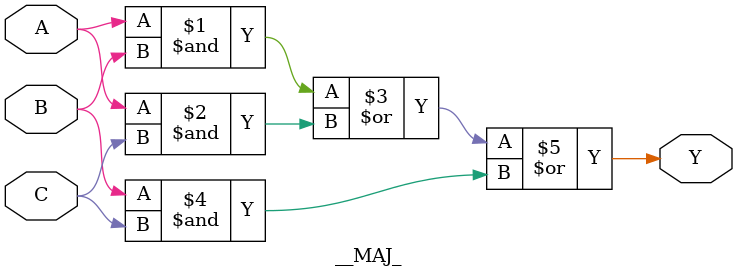
<source format=v>
module __XOR3_ (input A, input B, input C, output Y);
    assign Y = A ^ B ^ C;
endmodule

module __MAJ_ (input A, input B, input C, output Y);
    assign Y = (A & B) | (A & C) | (B & C);
endmodule

</source>
